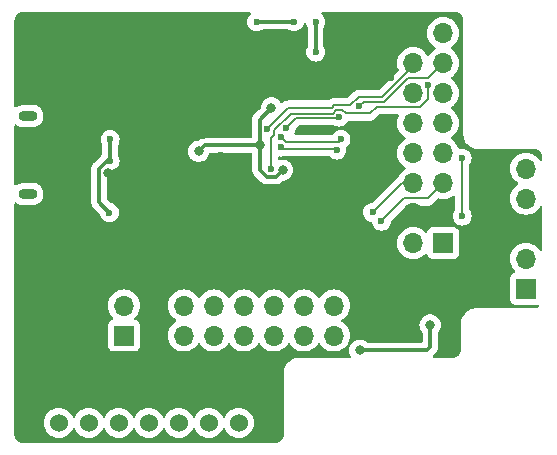
<source format=gbl>
G04 #@! TF.GenerationSoftware,KiCad,Pcbnew,7.0.8*
G04 #@! TF.CreationDate,2024-04-19T19:41:21-04:00*
G04 #@! TF.ProjectId,programmer,70726f67-7261-46d6-9d65-722e6b696361,rev?*
G04 #@! TF.SameCoordinates,Original*
G04 #@! TF.FileFunction,Copper,L2,Bot*
G04 #@! TF.FilePolarity,Positive*
%FSLAX46Y46*%
G04 Gerber Fmt 4.6, Leading zero omitted, Abs format (unit mm)*
G04 Created by KiCad (PCBNEW 7.0.8) date 2024-04-19 19:41:21*
%MOMM*%
%LPD*%
G01*
G04 APERTURE LIST*
G04 #@! TA.AperFunction,ComponentPad*
%ADD10R,1.700000X1.700000*%
G04 #@! TD*
G04 #@! TA.AperFunction,ComponentPad*
%ADD11O,1.700000X1.700000*%
G04 #@! TD*
G04 #@! TA.AperFunction,ComponentPad*
%ADD12O,1.600000X0.900000*%
G04 #@! TD*
G04 #@! TA.AperFunction,ComponentPad*
%ADD13R,1.530000X1.530000*%
G04 #@! TD*
G04 #@! TA.AperFunction,ComponentPad*
%ADD14C,1.530000*%
G04 #@! TD*
G04 #@! TA.AperFunction,ViaPad*
%ADD15C,0.600000*%
G04 #@! TD*
G04 #@! TA.AperFunction,ViaPad*
%ADD16C,0.800000*%
G04 #@! TD*
G04 #@! TA.AperFunction,Conductor*
%ADD17C,0.300000*%
G04 #@! TD*
G04 #@! TA.AperFunction,Conductor*
%ADD18C,0.200000*%
G04 #@! TD*
G04 APERTURE END LIST*
D10*
X106560000Y-90600000D03*
D11*
X106560000Y-88060000D03*
X109100000Y-90600000D03*
X109100000Y-88060000D03*
X111640000Y-90600000D03*
X111640000Y-88060000D03*
X114180000Y-90600000D03*
X114180000Y-88060000D03*
X116720000Y-90600000D03*
X116720000Y-88060000D03*
X119260000Y-90600000D03*
X119260000Y-88060000D03*
X121800000Y-90600000D03*
X121800000Y-88060000D03*
X124340000Y-90600000D03*
X124340000Y-88060000D03*
D10*
X133604533Y-82775466D03*
D11*
X131064533Y-82775466D03*
X133604533Y-80235466D03*
X131064533Y-80235466D03*
X133604533Y-77695466D03*
X131064533Y-77695466D03*
X133604533Y-75155466D03*
X131064533Y-75155466D03*
X133604533Y-72615466D03*
X131064533Y-72615466D03*
X133604533Y-70075466D03*
X131064533Y-70075466D03*
X133604533Y-67535466D03*
X131064533Y-67535466D03*
X133604533Y-64995466D03*
X131064533Y-64995466D03*
D12*
X98450000Y-72008885D03*
X98450000Y-78608885D03*
D10*
X140600000Y-86632500D03*
D11*
X140600000Y-84092500D03*
X140600000Y-81552500D03*
X140600000Y-79012500D03*
X140600000Y-76472500D03*
D13*
X116300000Y-95460000D03*
D14*
X116300000Y-98000000D03*
X113760000Y-95460000D03*
X113760000Y-98000000D03*
X111220000Y-95460000D03*
X111220000Y-98000000D03*
X108680000Y-95460000D03*
X108680000Y-98000000D03*
X106140000Y-95460000D03*
X106140000Y-98000000D03*
X103600000Y-95460000D03*
X103600000Y-98000000D03*
X101060000Y-95460000D03*
X101060000Y-98000000D03*
D15*
X117808182Y-66442642D03*
X120320000Y-78360000D03*
X111620000Y-77910000D03*
X123473911Y-80326089D03*
X111610000Y-73570000D03*
X111570000Y-71950000D03*
X113600000Y-64049500D03*
X113300000Y-73700000D03*
X102800000Y-64000000D03*
X111300000Y-76500000D03*
X114800000Y-75300000D03*
X116170000Y-79880000D03*
X104800000Y-71400000D03*
X125700000Y-72800000D03*
X129200000Y-68800000D03*
X104087028Y-82330000D03*
X110000000Y-65500000D03*
X107400000Y-73200000D03*
D16*
X105200000Y-76800000D03*
D15*
X117910000Y-71230000D03*
X120899500Y-82018105D03*
X106097170Y-69100000D03*
X111630000Y-78900000D03*
X108400000Y-69800000D03*
X115000000Y-73500000D03*
X116900000Y-75400000D03*
X111800000Y-84000000D03*
X122800000Y-68200000D03*
D16*
X132500000Y-89700000D03*
D15*
X105340000Y-80190000D03*
X117800000Y-64037000D03*
X122800000Y-64032000D03*
D16*
X126550000Y-91850000D03*
D15*
X105400000Y-74000000D03*
X121000000Y-64031500D03*
X122800000Y-66600000D03*
X105400000Y-75799500D03*
D16*
X119053661Y-71332335D03*
X119999500Y-76600000D03*
X118100000Y-74500000D03*
X112900000Y-75000000D03*
D15*
X128376089Y-80923911D03*
X127626089Y-80173911D03*
X119899726Y-74647444D03*
X124600000Y-74900500D03*
X119899674Y-73799674D03*
X124943665Y-74000000D03*
X124800000Y-72099500D03*
X120303911Y-73043911D03*
X126500000Y-71200000D03*
X135200000Y-80500000D03*
X135200000Y-75600000D03*
X119000000Y-76500000D03*
X132292193Y-69399500D03*
X118700000Y-73099500D03*
D17*
X104450000Y-76489339D02*
X105139839Y-75799500D01*
X126550000Y-91850000D02*
X132250000Y-91850000D01*
X132250000Y-91850000D02*
X132500000Y-91600000D01*
X105340000Y-80190000D02*
X104450000Y-79300000D01*
X105400000Y-75799500D02*
X105400000Y-74000000D01*
X132500000Y-91600000D02*
X132500000Y-89700000D01*
X117805500Y-64031500D02*
X121000000Y-64031500D01*
X105139839Y-75799500D02*
X105400000Y-75799500D01*
X122800000Y-64032000D02*
X122800000Y-66600000D01*
X104450000Y-79300000D02*
X104450000Y-76489339D01*
X117800000Y-64037000D02*
X117805500Y-64031500D01*
X112900000Y-75000000D02*
X113400000Y-74500000D01*
X118050000Y-74450000D02*
X118050000Y-72335996D01*
X118050000Y-72335996D02*
X119053661Y-71332335D01*
X119449500Y-77150000D02*
X119999500Y-76600000D01*
X113400000Y-74500000D02*
X118100000Y-74500000D01*
X118100000Y-76600000D02*
X118650000Y-77150000D01*
X118100000Y-74500000D02*
X118050000Y-74450000D01*
X118100000Y-74500000D02*
X118100000Y-76600000D01*
X118650000Y-77150000D02*
X119449500Y-77150000D01*
D18*
X132299999Y-79000000D02*
X133604533Y-77695466D01*
X128376089Y-80923911D02*
X130300000Y-79000000D01*
X130300000Y-79000000D02*
X132299999Y-79000000D01*
X127626089Y-80173911D02*
X130104534Y-77695466D01*
X130104534Y-77695466D02*
X131064533Y-77695466D01*
X120046963Y-74794681D02*
X124494181Y-74794681D01*
X124494181Y-74794681D02*
X124600000Y-74900500D01*
X119899726Y-74647444D02*
X120046963Y-74794681D01*
X124748984Y-74194681D02*
X124943665Y-74000000D01*
X120294681Y-74194681D02*
X124748984Y-74194681D01*
X119899674Y-73799674D02*
X120294681Y-74194681D01*
X120303911Y-73043911D02*
X121139242Y-72208580D01*
X121139242Y-72208580D02*
X124690920Y-72208580D01*
X124690920Y-72208580D02*
X124800000Y-72099500D01*
X130614215Y-68800000D02*
X132339999Y-68800000D01*
X132339999Y-68800000D02*
X133604533Y-67535466D01*
X126900000Y-70800000D02*
X128614214Y-70800000D01*
X128614214Y-70800000D02*
X130614215Y-68800000D01*
X126500000Y-71200000D02*
X126900000Y-70800000D01*
X135200000Y-80500000D02*
X135200000Y-75600000D01*
X124551471Y-71499500D02*
X125048529Y-71499500D01*
X119000000Y-73900000D02*
X119300000Y-73600000D01*
X119300000Y-73200000D02*
X120691420Y-71808580D01*
X119300000Y-73600000D02*
X119300000Y-73200000D01*
X124242391Y-71808580D02*
X124551471Y-71499500D01*
X127970000Y-71230000D02*
X131670000Y-71230000D01*
X120691420Y-71808580D02*
X124242391Y-71808580D01*
X127400000Y-71800000D02*
X127970000Y-71230000D01*
X119000000Y-76500000D02*
X119000000Y-73900000D01*
X132292193Y-70607807D02*
X132292193Y-69399500D01*
X125349029Y-71800000D02*
X127400000Y-71800000D01*
X131670000Y-71230000D02*
X132292193Y-70607807D01*
X125048529Y-71499500D02*
X125349029Y-71800000D01*
X128448529Y-70400000D02*
X131064533Y-67783996D01*
X118700000Y-73099500D02*
X120499500Y-71300000D01*
X125750500Y-71099500D02*
X126450000Y-70400000D01*
X124185285Y-71300000D02*
X124385786Y-71099500D01*
X131064533Y-67783996D02*
X131064533Y-67535466D01*
X126450000Y-70400000D02*
X128448529Y-70400000D01*
X120499500Y-71300000D02*
X124185285Y-71300000D01*
X124385786Y-71099500D02*
X125750500Y-71099500D01*
G04 #@! TA.AperFunction,Conductor*
G36*
X117272099Y-63220185D02*
G01*
X117317854Y-63272989D01*
X117327798Y-63342147D01*
X117298773Y-63405703D01*
X117292741Y-63412181D01*
X117170184Y-63534737D01*
X117074211Y-63687476D01*
X117014631Y-63857745D01*
X117014630Y-63857750D01*
X116994435Y-64036996D01*
X116994435Y-64037003D01*
X117014630Y-64216249D01*
X117014631Y-64216254D01*
X117074211Y-64386523D01*
X117127351Y-64471094D01*
X117170184Y-64539262D01*
X117297738Y-64666816D01*
X117352151Y-64701006D01*
X117446131Y-64760058D01*
X117450478Y-64762789D01*
X117605021Y-64816866D01*
X117620745Y-64822368D01*
X117620750Y-64822369D01*
X117799996Y-64842565D01*
X117800000Y-64842565D01*
X117800004Y-64842565D01*
X117979249Y-64822369D01*
X117979252Y-64822368D01*
X117979255Y-64822368D01*
X118149522Y-64762789D01*
X118247849Y-64701005D01*
X118313821Y-64682000D01*
X120494932Y-64682000D01*
X120560904Y-64701006D01*
X120650477Y-64757289D01*
X120650481Y-64757290D01*
X120820737Y-64816866D01*
X120820743Y-64816867D01*
X120820745Y-64816868D01*
X120820746Y-64816868D01*
X120820750Y-64816869D01*
X120999996Y-64837065D01*
X121000000Y-64837065D01*
X121000004Y-64837065D01*
X121179249Y-64816869D01*
X121179252Y-64816868D01*
X121179255Y-64816868D01*
X121349522Y-64757289D01*
X121502262Y-64661316D01*
X121629816Y-64533762D01*
X121725789Y-64381022D01*
X121782870Y-64217892D01*
X121823592Y-64161117D01*
X121888544Y-64135369D01*
X121957106Y-64148825D01*
X122007509Y-64197212D01*
X122016953Y-64217892D01*
X122074209Y-64381520D01*
X122130493Y-64471094D01*
X122149500Y-64537067D01*
X122149500Y-66094931D01*
X122130494Y-66160903D01*
X122074211Y-66250477D01*
X122074209Y-66250481D01*
X122014633Y-66420737D01*
X122014630Y-66420750D01*
X121994435Y-66599996D01*
X121994435Y-66600003D01*
X122014630Y-66779249D01*
X122014631Y-66779254D01*
X122074211Y-66949523D01*
X122145786Y-67063433D01*
X122170184Y-67102262D01*
X122297738Y-67229816D01*
X122450478Y-67325789D01*
X122620745Y-67385368D01*
X122620750Y-67385369D01*
X122799996Y-67405565D01*
X122800000Y-67405565D01*
X122800004Y-67405565D01*
X122979249Y-67385369D01*
X122979252Y-67385368D01*
X122979255Y-67385368D01*
X123149522Y-67325789D01*
X123302262Y-67229816D01*
X123429816Y-67102262D01*
X123525789Y-66949522D01*
X123585368Y-66779255D01*
X123605565Y-66600000D01*
X123593956Y-66496967D01*
X123585369Y-66420750D01*
X123585366Y-66420737D01*
X123525790Y-66250481D01*
X123525789Y-66250478D01*
X123504008Y-66215814D01*
X123469506Y-66160903D01*
X123450500Y-66094931D01*
X123450500Y-64537067D01*
X123469507Y-64471094D01*
X123525788Y-64381524D01*
X123525789Y-64381522D01*
X123585368Y-64211255D01*
X123585369Y-64211249D01*
X123605565Y-64032003D01*
X123605565Y-64031996D01*
X123585369Y-63852750D01*
X123585368Y-63852745D01*
X123558405Y-63775689D01*
X123525789Y-63682478D01*
X123511918Y-63660403D01*
X123471116Y-63595466D01*
X123429816Y-63529738D01*
X123312259Y-63412181D01*
X123278774Y-63350858D01*
X123283758Y-63281166D01*
X123325630Y-63225233D01*
X123391094Y-63200816D01*
X123399940Y-63200500D01*
X134552405Y-63200500D01*
X134596951Y-63200500D01*
X134603031Y-63200799D01*
X134650947Y-63205517D01*
X134724317Y-63212744D01*
X134748145Y-63217483D01*
X134856005Y-63250202D01*
X134878453Y-63259501D01*
X134975196Y-63311211D01*
X134977849Y-63312629D01*
X134998059Y-63326133D01*
X135085179Y-63397630D01*
X135102369Y-63414820D01*
X135173866Y-63501940D01*
X135187370Y-63522150D01*
X135240495Y-63621538D01*
X135249798Y-63643997D01*
X135282514Y-63751848D01*
X135287256Y-63775688D01*
X135299201Y-63896967D01*
X135299500Y-63903048D01*
X135299500Y-73602351D01*
X135331522Y-73804534D01*
X135394781Y-73999223D01*
X135445876Y-74099500D01*
X135486513Y-74179255D01*
X135487715Y-74181613D01*
X135608028Y-74347213D01*
X135752786Y-74491971D01*
X135907749Y-74604556D01*
X135918390Y-74612287D01*
X135997864Y-74652781D01*
X136100776Y-74705218D01*
X136100778Y-74705218D01*
X136100781Y-74705220D01*
X136150101Y-74721245D01*
X136295465Y-74768477D01*
X136396557Y-74784488D01*
X136497648Y-74800500D01*
X136543827Y-74800500D01*
X141252405Y-74800500D01*
X141296951Y-74800500D01*
X141303031Y-74800799D01*
X141350947Y-74805517D01*
X141424317Y-74812744D01*
X141448145Y-74817483D01*
X141556005Y-74850202D01*
X141578453Y-74859501D01*
X141655163Y-74900503D01*
X141677849Y-74912629D01*
X141698059Y-74926133D01*
X141785179Y-74997630D01*
X141802369Y-75014820D01*
X141873866Y-75101940D01*
X141887370Y-75122150D01*
X141937456Y-75215854D01*
X141940495Y-75221538D01*
X141949798Y-75243997D01*
X141982514Y-75351848D01*
X141987256Y-75375688D01*
X141999201Y-75496967D01*
X141999500Y-75503048D01*
X141999500Y-75723390D01*
X141979815Y-75790429D01*
X141927011Y-75836184D01*
X141857853Y-75846128D01*
X141794297Y-75817103D01*
X141773925Y-75794513D01*
X141638494Y-75601097D01*
X141471402Y-75434006D01*
X141471395Y-75434001D01*
X141469698Y-75432813D01*
X141409804Y-75390874D01*
X141277834Y-75298467D01*
X141277830Y-75298465D01*
X141226437Y-75274500D01*
X141063663Y-75198597D01*
X141063659Y-75198596D01*
X141063655Y-75198594D01*
X140835413Y-75137438D01*
X140835403Y-75137436D01*
X140600001Y-75116841D01*
X140599999Y-75116841D01*
X140364596Y-75137436D01*
X140364586Y-75137438D01*
X140136344Y-75198594D01*
X140136335Y-75198598D01*
X139922171Y-75298464D01*
X139922169Y-75298465D01*
X139728597Y-75434005D01*
X139561505Y-75601097D01*
X139425965Y-75794669D01*
X139425964Y-75794671D01*
X139326098Y-76008835D01*
X139326094Y-76008844D01*
X139264938Y-76237086D01*
X139264936Y-76237096D01*
X139244341Y-76472499D01*
X139244341Y-76472500D01*
X139264936Y-76707903D01*
X139264938Y-76707913D01*
X139326094Y-76936155D01*
X139326096Y-76936159D01*
X139326097Y-76936163D01*
X139413097Y-77122734D01*
X139425965Y-77150330D01*
X139425967Y-77150334D01*
X139477152Y-77223433D01*
X139561501Y-77343896D01*
X139561506Y-77343902D01*
X139728597Y-77510993D01*
X139728603Y-77510998D01*
X139914158Y-77640925D01*
X139957783Y-77695502D01*
X139964977Y-77765000D01*
X139933454Y-77827355D01*
X139914158Y-77844075D01*
X139728597Y-77974005D01*
X139561505Y-78141097D01*
X139425965Y-78334669D01*
X139425964Y-78334671D01*
X139326098Y-78548835D01*
X139326094Y-78548844D01*
X139264938Y-78777086D01*
X139264936Y-78777096D01*
X139244341Y-79012499D01*
X139244341Y-79012500D01*
X139264936Y-79247903D01*
X139264938Y-79247913D01*
X139326094Y-79476155D01*
X139326096Y-79476159D01*
X139326097Y-79476163D01*
X139409570Y-79655170D01*
X139425965Y-79690330D01*
X139425967Y-79690334D01*
X139519833Y-79824387D01*
X139561505Y-79883901D01*
X139728599Y-80050995D01*
X139825384Y-80118765D01*
X139922165Y-80186532D01*
X139922167Y-80186533D01*
X139922170Y-80186535D01*
X140136337Y-80286403D01*
X140364592Y-80347563D01*
X140552918Y-80364039D01*
X140599999Y-80368159D01*
X140600000Y-80368159D01*
X140600001Y-80368159D01*
X140639234Y-80364726D01*
X140835408Y-80347563D01*
X141063663Y-80286403D01*
X141277830Y-80186535D01*
X141471401Y-80050995D01*
X141638495Y-79883901D01*
X141773925Y-79690486D01*
X141828502Y-79646862D01*
X141898000Y-79639668D01*
X141960355Y-79671191D01*
X141995769Y-79731421D01*
X141999500Y-79761610D01*
X141999500Y-83343390D01*
X141979815Y-83410429D01*
X141927011Y-83456184D01*
X141857853Y-83466128D01*
X141794297Y-83437103D01*
X141773925Y-83414513D01*
X141638494Y-83221097D01*
X141471402Y-83054006D01*
X141471395Y-83054001D01*
X141277834Y-82918467D01*
X141277830Y-82918465D01*
X141277828Y-82918464D01*
X141063663Y-82818597D01*
X141063659Y-82818596D01*
X141063655Y-82818594D01*
X140835413Y-82757438D01*
X140835403Y-82757436D01*
X140600001Y-82736841D01*
X140599999Y-82736841D01*
X140364596Y-82757436D01*
X140364586Y-82757438D01*
X140136344Y-82818594D01*
X140136335Y-82818598D01*
X139922171Y-82918464D01*
X139922169Y-82918465D01*
X139728597Y-83054005D01*
X139561505Y-83221097D01*
X139425965Y-83414669D01*
X139425964Y-83414671D01*
X139326098Y-83628835D01*
X139326094Y-83628844D01*
X139264938Y-83857086D01*
X139264936Y-83857096D01*
X139244341Y-84092499D01*
X139244341Y-84092500D01*
X139264936Y-84327903D01*
X139264938Y-84327913D01*
X139326094Y-84556155D01*
X139326096Y-84556159D01*
X139326097Y-84556163D01*
X139417040Y-84751191D01*
X139425965Y-84770330D01*
X139425967Y-84770334D01*
X139534281Y-84925021D01*
X139561501Y-84963896D01*
X139561506Y-84963902D01*
X139683430Y-85085826D01*
X139716915Y-85147149D01*
X139711931Y-85216841D01*
X139670059Y-85272774D01*
X139639083Y-85289689D01*
X139507669Y-85338703D01*
X139507664Y-85338706D01*
X139392455Y-85424952D01*
X139392452Y-85424955D01*
X139306206Y-85540164D01*
X139306202Y-85540171D01*
X139255908Y-85675017D01*
X139249501Y-85734616D01*
X139249500Y-85734635D01*
X139249500Y-87530370D01*
X139249501Y-87530376D01*
X139255908Y-87589983D01*
X139306202Y-87724828D01*
X139306206Y-87724835D01*
X139392452Y-87840044D01*
X139392455Y-87840047D01*
X139507664Y-87926293D01*
X139507671Y-87926297D01*
X139642517Y-87976591D01*
X139642516Y-87976591D01*
X139649444Y-87977335D01*
X139702127Y-87983000D01*
X141497872Y-87982999D01*
X141557483Y-87976591D01*
X141557482Y-87976591D01*
X141565196Y-87975762D01*
X141565478Y-87978388D01*
X141622528Y-87981438D01*
X141679205Y-88022296D01*
X141704796Y-88087311D01*
X141691175Y-88155840D01*
X141642666Y-88206126D01*
X141639744Y-88207738D01*
X141578460Y-88240495D01*
X141556002Y-88249798D01*
X141448151Y-88282514D01*
X141424311Y-88287256D01*
X141303032Y-88299201D01*
X141296951Y-88299500D01*
X136447595Y-88299500D01*
X136400000Y-88299500D01*
X136297648Y-88299500D01*
X136273329Y-88303351D01*
X136095465Y-88331522D01*
X135900776Y-88394781D01*
X135718386Y-88487715D01*
X135552786Y-88608028D01*
X135408028Y-88752786D01*
X135287715Y-88918386D01*
X135194781Y-89100776D01*
X135131522Y-89295465D01*
X135099500Y-89497648D01*
X135099500Y-91796951D01*
X135099201Y-91803032D01*
X135087256Y-91924311D01*
X135082514Y-91948151D01*
X135049798Y-92056002D01*
X135040495Y-92078461D01*
X134987370Y-92177849D01*
X134973866Y-92198059D01*
X134902369Y-92285179D01*
X134885179Y-92302369D01*
X134798059Y-92373866D01*
X134777849Y-92387370D01*
X134678461Y-92440495D01*
X134656002Y-92449798D01*
X134548151Y-92482514D01*
X134524311Y-92487256D01*
X134403032Y-92499201D01*
X134396951Y-92499500D01*
X132820442Y-92499500D01*
X132753403Y-92479815D01*
X132707648Y-92427011D01*
X132697704Y-92357853D01*
X132724885Y-92296476D01*
X132726735Y-92294238D01*
X132729799Y-92290534D01*
X132733720Y-92286224D01*
X132899513Y-92120431D01*
X132912079Y-92110365D01*
X132911925Y-92110178D01*
X132917937Y-92105204D01*
X132917937Y-92105203D01*
X132917940Y-92105202D01*
X132967190Y-92052755D01*
X132988911Y-92031035D01*
X132993401Y-92025245D01*
X132997183Y-92020815D01*
X133030448Y-91985393D01*
X133040674Y-91966790D01*
X133051353Y-91950533D01*
X133064362Y-91933764D01*
X133083656Y-91889175D01*
X133086212Y-91883956D01*
X133109627Y-91841368D01*
X133114905Y-91820806D01*
X133121207Y-91802399D01*
X133129635Y-91782927D01*
X133137233Y-91734953D01*
X133138414Y-91729247D01*
X133150500Y-91682177D01*
X133150500Y-91660949D01*
X133152027Y-91641549D01*
X133152511Y-91638493D01*
X133155346Y-91620595D01*
X133150775Y-91572238D01*
X133150500Y-91566400D01*
X133150500Y-90370921D01*
X133170185Y-90303882D01*
X133182351Y-90287948D01*
X133232533Y-90232216D01*
X133327179Y-90068284D01*
X133385674Y-89888256D01*
X133405460Y-89700000D01*
X133385674Y-89511744D01*
X133327179Y-89331716D01*
X133232533Y-89167784D01*
X133105871Y-89027112D01*
X133093862Y-89018387D01*
X132952734Y-88915851D01*
X132952729Y-88915848D01*
X132779807Y-88838857D01*
X132779802Y-88838855D01*
X132634001Y-88807865D01*
X132594646Y-88799500D01*
X132405354Y-88799500D01*
X132378443Y-88805220D01*
X132220197Y-88838855D01*
X132220192Y-88838857D01*
X132047270Y-88915848D01*
X132047265Y-88915851D01*
X131894129Y-89027111D01*
X131767466Y-89167785D01*
X131672821Y-89331715D01*
X131672818Y-89331722D01*
X131615650Y-89507669D01*
X131614326Y-89511744D01*
X131594540Y-89700000D01*
X131614326Y-89888256D01*
X131614327Y-89888259D01*
X131672818Y-90068277D01*
X131672821Y-90068284D01*
X131767466Y-90232215D01*
X131817649Y-90287948D01*
X131847880Y-90350940D01*
X131849500Y-90370921D01*
X131849500Y-91075500D01*
X131829815Y-91142539D01*
X131777011Y-91188294D01*
X131725500Y-91199500D01*
X127226975Y-91199500D01*
X127159936Y-91179815D01*
X127154090Y-91175818D01*
X127002734Y-91065851D01*
X127002729Y-91065848D01*
X126829807Y-90988857D01*
X126829802Y-90988855D01*
X126684001Y-90957865D01*
X126644646Y-90949500D01*
X126455354Y-90949500D01*
X126422897Y-90956398D01*
X126270197Y-90988855D01*
X126270192Y-90988857D01*
X126097270Y-91065848D01*
X126097265Y-91065851D01*
X125944129Y-91177111D01*
X125817466Y-91317785D01*
X125722821Y-91481715D01*
X125722818Y-91481722D01*
X125667755Y-91651191D01*
X125664326Y-91661744D01*
X125644540Y-91850000D01*
X125664326Y-92038256D01*
X125664327Y-92038259D01*
X125722818Y-92218277D01*
X125722821Y-92218284D01*
X125771367Y-92302369D01*
X125777794Y-92313500D01*
X125794267Y-92381400D01*
X125771414Y-92447427D01*
X125716493Y-92490618D01*
X125670407Y-92499500D01*
X121447595Y-92499500D01*
X121400000Y-92499500D01*
X121297648Y-92499500D01*
X121273329Y-92503351D01*
X121095465Y-92531522D01*
X120900776Y-92594781D01*
X120718386Y-92687715D01*
X120552786Y-92808028D01*
X120408028Y-92952786D01*
X120287715Y-93118386D01*
X120194781Y-93300776D01*
X120131522Y-93495465D01*
X120099500Y-93697648D01*
X120099500Y-98996951D01*
X120099201Y-99003032D01*
X120087256Y-99124311D01*
X120082514Y-99148151D01*
X120049798Y-99256002D01*
X120040495Y-99278461D01*
X119987370Y-99377849D01*
X119973866Y-99398059D01*
X119902369Y-99485179D01*
X119885179Y-99502369D01*
X119798059Y-99573866D01*
X119777849Y-99587370D01*
X119678461Y-99640495D01*
X119656002Y-99649798D01*
X119548151Y-99682514D01*
X119524311Y-99687256D01*
X119403032Y-99699201D01*
X119396951Y-99699500D01*
X98003049Y-99699500D01*
X97996968Y-99699201D01*
X97875688Y-99687256D01*
X97851848Y-99682514D01*
X97743997Y-99649798D01*
X97721541Y-99640496D01*
X97622150Y-99587370D01*
X97601940Y-99573866D01*
X97514820Y-99502369D01*
X97497630Y-99485179D01*
X97426133Y-99398059D01*
X97412629Y-99377849D01*
X97373441Y-99304534D01*
X97359501Y-99278453D01*
X97350201Y-99256002D01*
X97317483Y-99148145D01*
X97312744Y-99124317D01*
X97300799Y-99003031D01*
X97300500Y-98996951D01*
X97300500Y-98000001D01*
X99789666Y-98000001D01*
X99808964Y-98220585D01*
X99808965Y-98220592D01*
X99866275Y-98434475D01*
X99866279Y-98434486D01*
X99959856Y-98635163D01*
X99959858Y-98635167D01*
X100086868Y-98816555D01*
X100243445Y-98973132D01*
X100424833Y-99100142D01*
X100502731Y-99136466D01*
X100625513Y-99193720D01*
X100625515Y-99193720D01*
X100625520Y-99193723D01*
X100839409Y-99251035D01*
X100996974Y-99264820D01*
X101059998Y-99270334D01*
X101060000Y-99270334D01*
X101060002Y-99270334D01*
X101115147Y-99265509D01*
X101280591Y-99251035D01*
X101494480Y-99193723D01*
X101695167Y-99100142D01*
X101876555Y-98973132D01*
X102033132Y-98816555D01*
X102160142Y-98635167D01*
X102217618Y-98511907D01*
X102263790Y-98459468D01*
X102330983Y-98440316D01*
X102397864Y-98460531D01*
X102442381Y-98511907D01*
X102499858Y-98635167D01*
X102626868Y-98816555D01*
X102783445Y-98973132D01*
X102964833Y-99100142D01*
X103042731Y-99136466D01*
X103165513Y-99193720D01*
X103165515Y-99193720D01*
X103165520Y-99193723D01*
X103379409Y-99251035D01*
X103536974Y-99264820D01*
X103599998Y-99270334D01*
X103600000Y-99270334D01*
X103600002Y-99270334D01*
X103655147Y-99265509D01*
X103820591Y-99251035D01*
X104034480Y-99193723D01*
X104235167Y-99100142D01*
X104416555Y-98973132D01*
X104573132Y-98816555D01*
X104700142Y-98635167D01*
X104757618Y-98511907D01*
X104803790Y-98459468D01*
X104870983Y-98440316D01*
X104937864Y-98460531D01*
X104982381Y-98511907D01*
X105039858Y-98635167D01*
X105166868Y-98816555D01*
X105323445Y-98973132D01*
X105504833Y-99100142D01*
X105582731Y-99136466D01*
X105705513Y-99193720D01*
X105705515Y-99193720D01*
X105705520Y-99193723D01*
X105919409Y-99251035D01*
X106076974Y-99264820D01*
X106139998Y-99270334D01*
X106140000Y-99270334D01*
X106140002Y-99270334D01*
X106195147Y-99265509D01*
X106360591Y-99251035D01*
X106574480Y-99193723D01*
X106775167Y-99100142D01*
X106956555Y-98973132D01*
X107113132Y-98816555D01*
X107240142Y-98635167D01*
X107297618Y-98511907D01*
X107343790Y-98459468D01*
X107410983Y-98440316D01*
X107477864Y-98460531D01*
X107522381Y-98511907D01*
X107579858Y-98635167D01*
X107706868Y-98816555D01*
X107863445Y-98973132D01*
X108044833Y-99100142D01*
X108122731Y-99136466D01*
X108245513Y-99193720D01*
X108245515Y-99193720D01*
X108245520Y-99193723D01*
X108459409Y-99251035D01*
X108616974Y-99264820D01*
X108679998Y-99270334D01*
X108680000Y-99270334D01*
X108680002Y-99270334D01*
X108735147Y-99265509D01*
X108900591Y-99251035D01*
X109114480Y-99193723D01*
X109315167Y-99100142D01*
X109496555Y-98973132D01*
X109653132Y-98816555D01*
X109780142Y-98635167D01*
X109837618Y-98511907D01*
X109883790Y-98459468D01*
X109950983Y-98440316D01*
X110017864Y-98460531D01*
X110062381Y-98511907D01*
X110119858Y-98635167D01*
X110246868Y-98816555D01*
X110403445Y-98973132D01*
X110584833Y-99100142D01*
X110662731Y-99136466D01*
X110785513Y-99193720D01*
X110785515Y-99193720D01*
X110785520Y-99193723D01*
X110999409Y-99251035D01*
X111156974Y-99264820D01*
X111219998Y-99270334D01*
X111220000Y-99270334D01*
X111220002Y-99270334D01*
X111275147Y-99265509D01*
X111440591Y-99251035D01*
X111654480Y-99193723D01*
X111855167Y-99100142D01*
X112036555Y-98973132D01*
X112193132Y-98816555D01*
X112320142Y-98635167D01*
X112377618Y-98511907D01*
X112423790Y-98459468D01*
X112490983Y-98440316D01*
X112557864Y-98460531D01*
X112602381Y-98511907D01*
X112659858Y-98635167D01*
X112786868Y-98816555D01*
X112943445Y-98973132D01*
X113124833Y-99100142D01*
X113202731Y-99136466D01*
X113325513Y-99193720D01*
X113325515Y-99193720D01*
X113325520Y-99193723D01*
X113539409Y-99251035D01*
X113696974Y-99264820D01*
X113759998Y-99270334D01*
X113760000Y-99270334D01*
X113760002Y-99270334D01*
X113815147Y-99265509D01*
X113980591Y-99251035D01*
X114194480Y-99193723D01*
X114395167Y-99100142D01*
X114576555Y-98973132D01*
X114733132Y-98816555D01*
X114860142Y-98635167D01*
X114917618Y-98511907D01*
X114963790Y-98459468D01*
X115030983Y-98440316D01*
X115097864Y-98460531D01*
X115142381Y-98511907D01*
X115199858Y-98635167D01*
X115326868Y-98816555D01*
X115483445Y-98973132D01*
X115664833Y-99100142D01*
X115742731Y-99136466D01*
X115865513Y-99193720D01*
X115865515Y-99193720D01*
X115865520Y-99193723D01*
X116079409Y-99251035D01*
X116236974Y-99264820D01*
X116299998Y-99270334D01*
X116300000Y-99270334D01*
X116300002Y-99270334D01*
X116355147Y-99265509D01*
X116520591Y-99251035D01*
X116734480Y-99193723D01*
X116935167Y-99100142D01*
X117116555Y-98973132D01*
X117273132Y-98816555D01*
X117400142Y-98635167D01*
X117493723Y-98434480D01*
X117551035Y-98220591D01*
X117570334Y-98000000D01*
X117551035Y-97779409D01*
X117493723Y-97565520D01*
X117481574Y-97539467D01*
X117400143Y-97364836D01*
X117400142Y-97364834D01*
X117400142Y-97364833D01*
X117273132Y-97183445D01*
X117116555Y-97026868D01*
X116935167Y-96899858D01*
X116935163Y-96899856D01*
X116734486Y-96806279D01*
X116734475Y-96806275D01*
X116520592Y-96748965D01*
X116520585Y-96748964D01*
X116300002Y-96729666D01*
X116299998Y-96729666D01*
X116079414Y-96748964D01*
X116079407Y-96748965D01*
X115865524Y-96806275D01*
X115865513Y-96806279D01*
X115664836Y-96899856D01*
X115664834Y-96899857D01*
X115483444Y-97026868D01*
X115326868Y-97183444D01*
X115199857Y-97364834D01*
X115199856Y-97364836D01*
X115142382Y-97488091D01*
X115096210Y-97540531D01*
X115029017Y-97559683D01*
X114962135Y-97539467D01*
X114917618Y-97488091D01*
X114860143Y-97364836D01*
X114860142Y-97364834D01*
X114860142Y-97364833D01*
X114733132Y-97183445D01*
X114576555Y-97026868D01*
X114395167Y-96899858D01*
X114395163Y-96899856D01*
X114194486Y-96806279D01*
X114194475Y-96806275D01*
X113980592Y-96748965D01*
X113980585Y-96748964D01*
X113760002Y-96729666D01*
X113759998Y-96729666D01*
X113539414Y-96748964D01*
X113539407Y-96748965D01*
X113325524Y-96806275D01*
X113325513Y-96806279D01*
X113124836Y-96899856D01*
X113124834Y-96899857D01*
X112943444Y-97026868D01*
X112786868Y-97183444D01*
X112659857Y-97364834D01*
X112659856Y-97364836D01*
X112602382Y-97488091D01*
X112556210Y-97540531D01*
X112489017Y-97559683D01*
X112422135Y-97539467D01*
X112377618Y-97488091D01*
X112320143Y-97364836D01*
X112320142Y-97364834D01*
X112320142Y-97364833D01*
X112193132Y-97183445D01*
X112036555Y-97026868D01*
X111855167Y-96899858D01*
X111855163Y-96899856D01*
X111654486Y-96806279D01*
X111654475Y-96806275D01*
X111440592Y-96748965D01*
X111440585Y-96748964D01*
X111220002Y-96729666D01*
X111219998Y-96729666D01*
X110999414Y-96748964D01*
X110999407Y-96748965D01*
X110785524Y-96806275D01*
X110785513Y-96806279D01*
X110584836Y-96899856D01*
X110584834Y-96899857D01*
X110403444Y-97026868D01*
X110246868Y-97183444D01*
X110119857Y-97364834D01*
X110119856Y-97364836D01*
X110062382Y-97488091D01*
X110016210Y-97540531D01*
X109949017Y-97559683D01*
X109882135Y-97539467D01*
X109837618Y-97488091D01*
X109780143Y-97364836D01*
X109780142Y-97364834D01*
X109780142Y-97364833D01*
X109653132Y-97183445D01*
X109496555Y-97026868D01*
X109315167Y-96899858D01*
X109315163Y-96899856D01*
X109114486Y-96806279D01*
X109114475Y-96806275D01*
X108900592Y-96748965D01*
X108900585Y-96748964D01*
X108680002Y-96729666D01*
X108679998Y-96729666D01*
X108459414Y-96748964D01*
X108459407Y-96748965D01*
X108245524Y-96806275D01*
X108245513Y-96806279D01*
X108044836Y-96899856D01*
X108044834Y-96899857D01*
X107863444Y-97026868D01*
X107706868Y-97183444D01*
X107579857Y-97364834D01*
X107579856Y-97364836D01*
X107522382Y-97488091D01*
X107476210Y-97540531D01*
X107409017Y-97559683D01*
X107342135Y-97539467D01*
X107297618Y-97488091D01*
X107240143Y-97364836D01*
X107240142Y-97364834D01*
X107240142Y-97364833D01*
X107113132Y-97183445D01*
X106956555Y-97026868D01*
X106775167Y-96899858D01*
X106775163Y-96899856D01*
X106574486Y-96806279D01*
X106574475Y-96806275D01*
X106360592Y-96748965D01*
X106360585Y-96748964D01*
X106140002Y-96729666D01*
X106139998Y-96729666D01*
X105919414Y-96748964D01*
X105919407Y-96748965D01*
X105705524Y-96806275D01*
X105705513Y-96806279D01*
X105504836Y-96899856D01*
X105504834Y-96899857D01*
X105323444Y-97026868D01*
X105166868Y-97183444D01*
X105039857Y-97364834D01*
X105039856Y-97364836D01*
X104982382Y-97488091D01*
X104936210Y-97540531D01*
X104869017Y-97559683D01*
X104802135Y-97539467D01*
X104757618Y-97488091D01*
X104700143Y-97364836D01*
X104700142Y-97364834D01*
X104700142Y-97364833D01*
X104573132Y-97183445D01*
X104416555Y-97026868D01*
X104235167Y-96899858D01*
X104235163Y-96899856D01*
X104034486Y-96806279D01*
X104034475Y-96806275D01*
X103820592Y-96748965D01*
X103820585Y-96748964D01*
X103600002Y-96729666D01*
X103599998Y-96729666D01*
X103379414Y-96748964D01*
X103379407Y-96748965D01*
X103165524Y-96806275D01*
X103165513Y-96806279D01*
X102964836Y-96899856D01*
X102964834Y-96899857D01*
X102783444Y-97026868D01*
X102626868Y-97183444D01*
X102499857Y-97364834D01*
X102499856Y-97364836D01*
X102442382Y-97488091D01*
X102396210Y-97540531D01*
X102329017Y-97559683D01*
X102262135Y-97539467D01*
X102217618Y-97488091D01*
X102160143Y-97364836D01*
X102160142Y-97364834D01*
X102160142Y-97364833D01*
X102033132Y-97183445D01*
X101876555Y-97026868D01*
X101695167Y-96899858D01*
X101695163Y-96899856D01*
X101494486Y-96806279D01*
X101494475Y-96806275D01*
X101280592Y-96748965D01*
X101280585Y-96748964D01*
X101060002Y-96729666D01*
X101059998Y-96729666D01*
X100839414Y-96748964D01*
X100839407Y-96748965D01*
X100625524Y-96806275D01*
X100625513Y-96806279D01*
X100424836Y-96899856D01*
X100424834Y-96899857D01*
X100243444Y-97026868D01*
X100086868Y-97183444D01*
X99959857Y-97364834D01*
X99959856Y-97364836D01*
X99866279Y-97565513D01*
X99866275Y-97565524D01*
X99808965Y-97779407D01*
X99808964Y-97779414D01*
X99789666Y-97999998D01*
X99789666Y-98000001D01*
X97300500Y-98000001D01*
X97300500Y-88060000D01*
X105204341Y-88060000D01*
X105224936Y-88295403D01*
X105224938Y-88295413D01*
X105286094Y-88523655D01*
X105286096Y-88523659D01*
X105286097Y-88523663D01*
X105325437Y-88608028D01*
X105385965Y-88737830D01*
X105385967Y-88737834D01*
X105456704Y-88838856D01*
X105521501Y-88931396D01*
X105521506Y-88931402D01*
X105643430Y-89053326D01*
X105676915Y-89114649D01*
X105671931Y-89184341D01*
X105630059Y-89240274D01*
X105599083Y-89257189D01*
X105467669Y-89306203D01*
X105467664Y-89306206D01*
X105352455Y-89392452D01*
X105352452Y-89392455D01*
X105266206Y-89507664D01*
X105266202Y-89507671D01*
X105215908Y-89642517D01*
X105209501Y-89702116D01*
X105209501Y-89702123D01*
X105209500Y-89702135D01*
X105209500Y-91497870D01*
X105209501Y-91497876D01*
X105215908Y-91557483D01*
X105266202Y-91692328D01*
X105266206Y-91692335D01*
X105352452Y-91807544D01*
X105352455Y-91807547D01*
X105467664Y-91893793D01*
X105467671Y-91893797D01*
X105602517Y-91944091D01*
X105602516Y-91944091D01*
X105609444Y-91944835D01*
X105662127Y-91950500D01*
X107457872Y-91950499D01*
X107517483Y-91944091D01*
X107652331Y-91893796D01*
X107767546Y-91807546D01*
X107853796Y-91692331D01*
X107904091Y-91557483D01*
X107910500Y-91497873D01*
X107910499Y-90600000D01*
X110284341Y-90600000D01*
X110304936Y-90835403D01*
X110304938Y-90835413D01*
X110366094Y-91063655D01*
X110366096Y-91063659D01*
X110366097Y-91063663D01*
X110420260Y-91179815D01*
X110465965Y-91277830D01*
X110465967Y-91277834D01*
X110574281Y-91432521D01*
X110601505Y-91471401D01*
X110768599Y-91638495D01*
X110865384Y-91706265D01*
X110962165Y-91774032D01*
X110962167Y-91774033D01*
X110962170Y-91774035D01*
X111176337Y-91873903D01*
X111404592Y-91935063D01*
X111592918Y-91951539D01*
X111639999Y-91955659D01*
X111640000Y-91955659D01*
X111640001Y-91955659D01*
X111679234Y-91952226D01*
X111875408Y-91935063D01*
X112103663Y-91873903D01*
X112317830Y-91774035D01*
X112511401Y-91638495D01*
X112678495Y-91471401D01*
X112808425Y-91285842D01*
X112863002Y-91242217D01*
X112932500Y-91235023D01*
X112994855Y-91266546D01*
X113011575Y-91285842D01*
X113141500Y-91471395D01*
X113141505Y-91471401D01*
X113308599Y-91638495D01*
X113405384Y-91706265D01*
X113502165Y-91774032D01*
X113502167Y-91774033D01*
X113502170Y-91774035D01*
X113716337Y-91873903D01*
X113944592Y-91935063D01*
X114132918Y-91951539D01*
X114179999Y-91955659D01*
X114180000Y-91955659D01*
X114180001Y-91955659D01*
X114219234Y-91952226D01*
X114415408Y-91935063D01*
X114643663Y-91873903D01*
X114857830Y-91774035D01*
X115051401Y-91638495D01*
X115218495Y-91471401D01*
X115348425Y-91285842D01*
X115403002Y-91242217D01*
X115472500Y-91235023D01*
X115534855Y-91266546D01*
X115551575Y-91285842D01*
X115681500Y-91471395D01*
X115681505Y-91471401D01*
X115848599Y-91638495D01*
X115945384Y-91706265D01*
X116042165Y-91774032D01*
X116042167Y-91774033D01*
X116042170Y-91774035D01*
X116256337Y-91873903D01*
X116484592Y-91935063D01*
X116672918Y-91951539D01*
X116719999Y-91955659D01*
X116720000Y-91955659D01*
X116720001Y-91955659D01*
X116759234Y-91952226D01*
X116955408Y-91935063D01*
X117183663Y-91873903D01*
X117397830Y-91774035D01*
X117591401Y-91638495D01*
X117758495Y-91471401D01*
X117888425Y-91285842D01*
X117943002Y-91242217D01*
X118012500Y-91235023D01*
X118074855Y-91266546D01*
X118091575Y-91285842D01*
X118221500Y-91471395D01*
X118221505Y-91471401D01*
X118388599Y-91638495D01*
X118485384Y-91706265D01*
X118582165Y-91774032D01*
X118582167Y-91774033D01*
X118582170Y-91774035D01*
X118796337Y-91873903D01*
X119024592Y-91935063D01*
X119212918Y-91951539D01*
X119259999Y-91955659D01*
X119260000Y-91955659D01*
X119260001Y-91955659D01*
X119299234Y-91952226D01*
X119495408Y-91935063D01*
X119723663Y-91873903D01*
X119937830Y-91774035D01*
X120131401Y-91638495D01*
X120298495Y-91471401D01*
X120428425Y-91285842D01*
X120483002Y-91242217D01*
X120552500Y-91235023D01*
X120614855Y-91266546D01*
X120631575Y-91285842D01*
X120761500Y-91471395D01*
X120761505Y-91471401D01*
X120928599Y-91638495D01*
X121025384Y-91706265D01*
X121122165Y-91774032D01*
X121122167Y-91774033D01*
X121122170Y-91774035D01*
X121336337Y-91873903D01*
X121564592Y-91935063D01*
X121752918Y-91951539D01*
X121799999Y-91955659D01*
X121800000Y-91955659D01*
X121800001Y-91955659D01*
X121839234Y-91952226D01*
X122035408Y-91935063D01*
X122263663Y-91873903D01*
X122477830Y-91774035D01*
X122671401Y-91638495D01*
X122838495Y-91471401D01*
X122968425Y-91285842D01*
X123023002Y-91242217D01*
X123092500Y-91235023D01*
X123154855Y-91266546D01*
X123171575Y-91285842D01*
X123301500Y-91471395D01*
X123301505Y-91471401D01*
X123468599Y-91638495D01*
X123565384Y-91706265D01*
X123662165Y-91774032D01*
X123662167Y-91774033D01*
X123662170Y-91774035D01*
X123876337Y-91873903D01*
X124104592Y-91935063D01*
X124292918Y-91951539D01*
X124339999Y-91955659D01*
X124340000Y-91955659D01*
X124340001Y-91955659D01*
X124379234Y-91952226D01*
X124575408Y-91935063D01*
X124803663Y-91873903D01*
X125017830Y-91774035D01*
X125211401Y-91638495D01*
X125378495Y-91471401D01*
X125514035Y-91277830D01*
X125613903Y-91063663D01*
X125675063Y-90835408D01*
X125695659Y-90600000D01*
X125675063Y-90364592D01*
X125613903Y-90136337D01*
X125514035Y-89922171D01*
X125508425Y-89914158D01*
X125378494Y-89728597D01*
X125211402Y-89561506D01*
X125211396Y-89561501D01*
X125025842Y-89431575D01*
X124982217Y-89376998D01*
X124975023Y-89307500D01*
X125006546Y-89245145D01*
X125025842Y-89228425D01*
X125088800Y-89184341D01*
X125211401Y-89098495D01*
X125378495Y-88931401D01*
X125514035Y-88737830D01*
X125613903Y-88523663D01*
X125675063Y-88295408D01*
X125695659Y-88060000D01*
X125675063Y-87824592D01*
X125628626Y-87651285D01*
X125613905Y-87596344D01*
X125613904Y-87596343D01*
X125613903Y-87596337D01*
X125514035Y-87382171D01*
X125508425Y-87374158D01*
X125378494Y-87188597D01*
X125211402Y-87021506D01*
X125211395Y-87021501D01*
X125017834Y-86885967D01*
X125017830Y-86885965D01*
X125017828Y-86885964D01*
X124803663Y-86786097D01*
X124803659Y-86786096D01*
X124803655Y-86786094D01*
X124575413Y-86724938D01*
X124575403Y-86724936D01*
X124340001Y-86704341D01*
X124339999Y-86704341D01*
X124104596Y-86724936D01*
X124104586Y-86724938D01*
X123876344Y-86786094D01*
X123876335Y-86786098D01*
X123662171Y-86885964D01*
X123662169Y-86885965D01*
X123468597Y-87021505D01*
X123301505Y-87188597D01*
X123171575Y-87374158D01*
X123116998Y-87417783D01*
X123047500Y-87424977D01*
X122985145Y-87393454D01*
X122968425Y-87374158D01*
X122838494Y-87188597D01*
X122671402Y-87021506D01*
X122671395Y-87021501D01*
X122477834Y-86885967D01*
X122477830Y-86885965D01*
X122477828Y-86885964D01*
X122263663Y-86786097D01*
X122263659Y-86786096D01*
X122263655Y-86786094D01*
X122035413Y-86724938D01*
X122035403Y-86724936D01*
X121800001Y-86704341D01*
X121799999Y-86704341D01*
X121564596Y-86724936D01*
X121564586Y-86724938D01*
X121336344Y-86786094D01*
X121336335Y-86786098D01*
X121122171Y-86885964D01*
X121122169Y-86885965D01*
X120928597Y-87021505D01*
X120761505Y-87188597D01*
X120631575Y-87374158D01*
X120576998Y-87417783D01*
X120507500Y-87424977D01*
X120445145Y-87393454D01*
X120428425Y-87374158D01*
X120298494Y-87188597D01*
X120131402Y-87021506D01*
X120131395Y-87021501D01*
X119937834Y-86885967D01*
X119937830Y-86885965D01*
X119937828Y-86885964D01*
X119723663Y-86786097D01*
X119723659Y-86786096D01*
X119723655Y-86786094D01*
X119495413Y-86724938D01*
X119495403Y-86724936D01*
X119260001Y-86704341D01*
X119259999Y-86704341D01*
X119024596Y-86724936D01*
X119024586Y-86724938D01*
X118796344Y-86786094D01*
X118796335Y-86786098D01*
X118582171Y-86885964D01*
X118582169Y-86885965D01*
X118388597Y-87021505D01*
X118221505Y-87188597D01*
X118091575Y-87374158D01*
X118036998Y-87417783D01*
X117967500Y-87424977D01*
X117905145Y-87393454D01*
X117888425Y-87374158D01*
X117758494Y-87188597D01*
X117591402Y-87021506D01*
X117591395Y-87021501D01*
X117397834Y-86885967D01*
X117397830Y-86885965D01*
X117397828Y-86885964D01*
X117183663Y-86786097D01*
X117183659Y-86786096D01*
X117183655Y-86786094D01*
X116955413Y-86724938D01*
X116955403Y-86724936D01*
X116720001Y-86704341D01*
X116719999Y-86704341D01*
X116484596Y-86724936D01*
X116484586Y-86724938D01*
X116256344Y-86786094D01*
X116256335Y-86786098D01*
X116042171Y-86885964D01*
X116042169Y-86885965D01*
X115848597Y-87021505D01*
X115681505Y-87188597D01*
X115551575Y-87374158D01*
X115496998Y-87417783D01*
X115427500Y-87424977D01*
X115365145Y-87393454D01*
X115348425Y-87374158D01*
X115218494Y-87188597D01*
X115051402Y-87021506D01*
X115051395Y-87021501D01*
X114857834Y-86885967D01*
X114857830Y-86885965D01*
X114857828Y-86885964D01*
X114643663Y-86786097D01*
X114643659Y-86786096D01*
X114643655Y-86786094D01*
X114415413Y-86724938D01*
X114415403Y-86724936D01*
X114180001Y-86704341D01*
X114179999Y-86704341D01*
X113944596Y-86724936D01*
X113944586Y-86724938D01*
X113716344Y-86786094D01*
X113716335Y-86786098D01*
X113502171Y-86885964D01*
X113502169Y-86885965D01*
X113308597Y-87021505D01*
X113141505Y-87188597D01*
X113011575Y-87374158D01*
X112956998Y-87417783D01*
X112887500Y-87424977D01*
X112825145Y-87393454D01*
X112808425Y-87374158D01*
X112678494Y-87188597D01*
X112511402Y-87021506D01*
X112511395Y-87021501D01*
X112317834Y-86885967D01*
X112317830Y-86885965D01*
X112317828Y-86885964D01*
X112103663Y-86786097D01*
X112103659Y-86786096D01*
X112103655Y-86786094D01*
X111875413Y-86724938D01*
X111875403Y-86724936D01*
X111640001Y-86704341D01*
X111639999Y-86704341D01*
X111404596Y-86724936D01*
X111404586Y-86724938D01*
X111176344Y-86786094D01*
X111176335Y-86786098D01*
X110962171Y-86885964D01*
X110962169Y-86885965D01*
X110768597Y-87021505D01*
X110601505Y-87188597D01*
X110465965Y-87382169D01*
X110465964Y-87382171D01*
X110366098Y-87596335D01*
X110366094Y-87596344D01*
X110304938Y-87824586D01*
X110304936Y-87824596D01*
X110284341Y-88059999D01*
X110284341Y-88060000D01*
X110304936Y-88295403D01*
X110304938Y-88295413D01*
X110366094Y-88523655D01*
X110366096Y-88523659D01*
X110366097Y-88523663D01*
X110405437Y-88608028D01*
X110465965Y-88737830D01*
X110465967Y-88737834D01*
X110536704Y-88838856D01*
X110601501Y-88931396D01*
X110601506Y-88931402D01*
X110768597Y-89098493D01*
X110768603Y-89098498D01*
X110954158Y-89228425D01*
X110997783Y-89283002D01*
X111004977Y-89352500D01*
X110973454Y-89414855D01*
X110954158Y-89431575D01*
X110768597Y-89561505D01*
X110601505Y-89728597D01*
X110465965Y-89922169D01*
X110465964Y-89922171D01*
X110366098Y-90136335D01*
X110366094Y-90136344D01*
X110304938Y-90364586D01*
X110304936Y-90364596D01*
X110284341Y-90599999D01*
X110284341Y-90600000D01*
X107910499Y-90600000D01*
X107910499Y-89702128D01*
X107904091Y-89642517D01*
X107888233Y-89600000D01*
X107853797Y-89507671D01*
X107853793Y-89507664D01*
X107767547Y-89392455D01*
X107767544Y-89392452D01*
X107652335Y-89306206D01*
X107652328Y-89306202D01*
X107520917Y-89257189D01*
X107464983Y-89215318D01*
X107440566Y-89149853D01*
X107455418Y-89081580D01*
X107476563Y-89053332D01*
X107598495Y-88931401D01*
X107734035Y-88737830D01*
X107833903Y-88523663D01*
X107895063Y-88295408D01*
X107915659Y-88060000D01*
X107895063Y-87824592D01*
X107848626Y-87651285D01*
X107833905Y-87596344D01*
X107833904Y-87596343D01*
X107833903Y-87596337D01*
X107734035Y-87382171D01*
X107728425Y-87374158D01*
X107598494Y-87188597D01*
X107431402Y-87021506D01*
X107431395Y-87021501D01*
X107237834Y-86885967D01*
X107237830Y-86885965D01*
X107237828Y-86885964D01*
X107023663Y-86786097D01*
X107023659Y-86786096D01*
X107023655Y-86786094D01*
X106795413Y-86724938D01*
X106795403Y-86724936D01*
X106560001Y-86704341D01*
X106559999Y-86704341D01*
X106324596Y-86724936D01*
X106324586Y-86724938D01*
X106096344Y-86786094D01*
X106096335Y-86786098D01*
X105882171Y-86885964D01*
X105882169Y-86885965D01*
X105688597Y-87021505D01*
X105521505Y-87188597D01*
X105385965Y-87382169D01*
X105385964Y-87382171D01*
X105286098Y-87596335D01*
X105286094Y-87596344D01*
X105224938Y-87824586D01*
X105224936Y-87824596D01*
X105204341Y-88059999D01*
X105204341Y-88060000D01*
X97300500Y-88060000D01*
X97300500Y-82775466D01*
X129708874Y-82775466D01*
X129729469Y-83010869D01*
X129729471Y-83010879D01*
X129790627Y-83239121D01*
X129790629Y-83239125D01*
X129790630Y-83239129D01*
X129839248Y-83343390D01*
X129890498Y-83453296D01*
X129890500Y-83453300D01*
X129998814Y-83607987D01*
X130026038Y-83646867D01*
X130193132Y-83813961D01*
X130289917Y-83881731D01*
X130386698Y-83949498D01*
X130386700Y-83949499D01*
X130386703Y-83949501D01*
X130600870Y-84049369D01*
X130829125Y-84110529D01*
X131005567Y-84125966D01*
X131064532Y-84131125D01*
X131064533Y-84131125D01*
X131064534Y-84131125D01*
X131123499Y-84125966D01*
X131299941Y-84110529D01*
X131528196Y-84049369D01*
X131742363Y-83949501D01*
X131935934Y-83813961D01*
X132057862Y-83692032D01*
X132119181Y-83658550D01*
X132188873Y-83663534D01*
X132244807Y-83705405D01*
X132261722Y-83736383D01*
X132310735Y-83867794D01*
X132310739Y-83867801D01*
X132396985Y-83983010D01*
X132396988Y-83983013D01*
X132512197Y-84069259D01*
X132512204Y-84069263D01*
X132647050Y-84119557D01*
X132647049Y-84119557D01*
X132653977Y-84120301D01*
X132706660Y-84125966D01*
X134502405Y-84125965D01*
X134562016Y-84119557D01*
X134696864Y-84069262D01*
X134812079Y-83983012D01*
X134898329Y-83867797D01*
X134948624Y-83732949D01*
X134955033Y-83673339D01*
X134955032Y-81877594D01*
X134948624Y-81817983D01*
X134947343Y-81814549D01*
X134898330Y-81683137D01*
X134898326Y-81683130D01*
X134812080Y-81567921D01*
X134812077Y-81567918D01*
X134696868Y-81481672D01*
X134696861Y-81481668D01*
X134562015Y-81431374D01*
X134562016Y-81431374D01*
X134502416Y-81424967D01*
X134502414Y-81424966D01*
X134502406Y-81424966D01*
X134502397Y-81424966D01*
X132706662Y-81424966D01*
X132706656Y-81424967D01*
X132647049Y-81431374D01*
X132512204Y-81481668D01*
X132512197Y-81481672D01*
X132396988Y-81567918D01*
X132396985Y-81567921D01*
X132310739Y-81683130D01*
X132310736Y-81683135D01*
X132261722Y-81814549D01*
X132219850Y-81870482D01*
X132154386Y-81894899D01*
X132086113Y-81880047D01*
X132057859Y-81858896D01*
X131935935Y-81736972D01*
X131935928Y-81736967D01*
X131742367Y-81601433D01*
X131742363Y-81601431D01*
X131742361Y-81601430D01*
X131528196Y-81501563D01*
X131528192Y-81501562D01*
X131528188Y-81501560D01*
X131299946Y-81440404D01*
X131299936Y-81440402D01*
X131064534Y-81419807D01*
X131064532Y-81419807D01*
X130829129Y-81440402D01*
X130829119Y-81440404D01*
X130600877Y-81501560D01*
X130600868Y-81501564D01*
X130386704Y-81601430D01*
X130386702Y-81601431D01*
X130193130Y-81736971D01*
X130026038Y-81904063D01*
X129890498Y-82097635D01*
X129890497Y-82097637D01*
X129790631Y-82311801D01*
X129790627Y-82311810D01*
X129729471Y-82540052D01*
X129729469Y-82540062D01*
X129708874Y-82775465D01*
X129708874Y-82775466D01*
X97300500Y-82775466D01*
X97300500Y-79447870D01*
X97320185Y-79380831D01*
X97372989Y-79335076D01*
X97442147Y-79325132D01*
X97495334Y-79346094D01*
X97636342Y-79444238D01*
X97813988Y-79520472D01*
X98003344Y-79559385D01*
X98848207Y-79559385D01*
X98992322Y-79544730D01*
X99176759Y-79486862D01*
X99176760Y-79486861D01*
X99176768Y-79486859D01*
X99345791Y-79393044D01*
X99492468Y-79267125D01*
X99610796Y-79114258D01*
X99695930Y-78940701D01*
X99744385Y-78753559D01*
X99754176Y-78560495D01*
X99724903Y-78369411D01*
X99657764Y-78188132D01*
X99555509Y-78024078D01*
X99422323Y-77883966D01*
X99358021Y-77839210D01*
X99263657Y-77773531D01*
X99086012Y-77697298D01*
X98896656Y-77658385D01*
X98051794Y-77658385D01*
X98051793Y-77658385D01*
X97907677Y-77673039D01*
X97723240Y-77730907D01*
X97723225Y-77730914D01*
X97554211Y-77824724D01*
X97554206Y-77824727D01*
X97505270Y-77866738D01*
X97441581Y-77895470D01*
X97372469Y-77885208D01*
X97319876Y-77839210D01*
X97300500Y-77772652D01*
X97300500Y-76468744D01*
X103794653Y-76468744D01*
X103798978Y-76514494D01*
X103799225Y-76517106D01*
X103799500Y-76522945D01*
X103799500Y-79214494D01*
X103797732Y-79230505D01*
X103797974Y-79230528D01*
X103797240Y-79238294D01*
X103799500Y-79310203D01*
X103799500Y-79340920D01*
X103799501Y-79340940D01*
X103800418Y-79348206D01*
X103800876Y-79354024D01*
X103802402Y-79402567D01*
X103802403Y-79402570D01*
X103808323Y-79422948D01*
X103812268Y-79441996D01*
X103814928Y-79463054D01*
X103814931Y-79463064D01*
X103832813Y-79508230D01*
X103834705Y-79513758D01*
X103848254Y-79560395D01*
X103848255Y-79560397D01*
X103859060Y-79578666D01*
X103867617Y-79596134D01*
X103871398Y-79605682D01*
X103875432Y-79615872D01*
X103903983Y-79655170D01*
X103907188Y-79660049D01*
X103931919Y-79701865D01*
X103931923Y-79701869D01*
X103946925Y-79716871D01*
X103959563Y-79731669D01*
X103972033Y-79748833D01*
X103972036Y-79748836D01*
X103972037Y-79748837D01*
X104009476Y-79779809D01*
X104013776Y-79783722D01*
X104281047Y-80050993D01*
X104518277Y-80288223D01*
X104551762Y-80349546D01*
X104553815Y-80362012D01*
X104554630Y-80369246D01*
X104554632Y-80369255D01*
X104614210Y-80539521D01*
X104702011Y-80679255D01*
X104710184Y-80692262D01*
X104837738Y-80819816D01*
X104928080Y-80876582D01*
X104964872Y-80899700D01*
X104990478Y-80915789D01*
X105124759Y-80962776D01*
X105160745Y-80975368D01*
X105160750Y-80975369D01*
X105339996Y-80995565D01*
X105340000Y-80995565D01*
X105340004Y-80995565D01*
X105519249Y-80975369D01*
X105519252Y-80975368D01*
X105519255Y-80975368D01*
X105689522Y-80915789D01*
X105842262Y-80819816D01*
X105969816Y-80692262D01*
X106065789Y-80539522D01*
X106125368Y-80369255D01*
X106125369Y-80369246D01*
X106145565Y-80190003D01*
X106145565Y-80189996D01*
X106125369Y-80010750D01*
X106125368Y-80010745D01*
X106116229Y-79984626D01*
X106065789Y-79840478D01*
X106055678Y-79824387D01*
X106008206Y-79748836D01*
X105969816Y-79687738D01*
X105842262Y-79560184D01*
X105785529Y-79524536D01*
X105689521Y-79464210D01*
X105519255Y-79404632D01*
X105519246Y-79404630D01*
X105512012Y-79403815D01*
X105447600Y-79376744D01*
X105438223Y-79368277D01*
X105136819Y-79066873D01*
X105103334Y-79005550D01*
X105100500Y-78979192D01*
X105100500Y-76810147D01*
X105120185Y-76743108D01*
X105136814Y-76722470D01*
X105226758Y-76632525D01*
X105288079Y-76599042D01*
X105328319Y-76596988D01*
X105386705Y-76603566D01*
X105399999Y-76605065D01*
X105400000Y-76605065D01*
X105400003Y-76605065D01*
X105579249Y-76584869D01*
X105579252Y-76584868D01*
X105579255Y-76584868D01*
X105749522Y-76525289D01*
X105902262Y-76429316D01*
X106029816Y-76301762D01*
X106125789Y-76149022D01*
X106185368Y-75978755D01*
X106185387Y-75978585D01*
X106205565Y-75799503D01*
X106205565Y-75799496D01*
X106185369Y-75620250D01*
X106185366Y-75620237D01*
X106126850Y-75453009D01*
X106125789Y-75449978D01*
X106088652Y-75390874D01*
X106069506Y-75360403D01*
X106050500Y-75294431D01*
X106050500Y-75000000D01*
X111994540Y-75000000D01*
X112014326Y-75188256D01*
X112014327Y-75188259D01*
X112072818Y-75368277D01*
X112072821Y-75368284D01*
X112167467Y-75532216D01*
X112252170Y-75626288D01*
X112294129Y-75672888D01*
X112447265Y-75784148D01*
X112447270Y-75784151D01*
X112620192Y-75861142D01*
X112620197Y-75861144D01*
X112805354Y-75900500D01*
X112805355Y-75900500D01*
X112994644Y-75900500D01*
X112994646Y-75900500D01*
X113179803Y-75861144D01*
X113352730Y-75784151D01*
X113505871Y-75672888D01*
X113632533Y-75532216D01*
X113727179Y-75368284D01*
X113757618Y-75274602D01*
X113770102Y-75236182D01*
X113809540Y-75178506D01*
X113873898Y-75151308D01*
X113888033Y-75150500D01*
X117325500Y-75150500D01*
X117392539Y-75170185D01*
X117438294Y-75222989D01*
X117449500Y-75274500D01*
X117449500Y-76514494D01*
X117447732Y-76530505D01*
X117447974Y-76530528D01*
X117447240Y-76538294D01*
X117449500Y-76610203D01*
X117449500Y-76640920D01*
X117449501Y-76640940D01*
X117450418Y-76648206D01*
X117450876Y-76654024D01*
X117452402Y-76702567D01*
X117452403Y-76702570D01*
X117458323Y-76722948D01*
X117462268Y-76741996D01*
X117464928Y-76763054D01*
X117464931Y-76763064D01*
X117482813Y-76808230D01*
X117484705Y-76813758D01*
X117498254Y-76860395D01*
X117498255Y-76860397D01*
X117509060Y-76878666D01*
X117517617Y-76896134D01*
X117523226Y-76910300D01*
X117525432Y-76915872D01*
X117553983Y-76955170D01*
X117557188Y-76960049D01*
X117581919Y-77001865D01*
X117581923Y-77001869D01*
X117596925Y-77016871D01*
X117609563Y-77031669D01*
X117622033Y-77048833D01*
X117622036Y-77048836D01*
X117622037Y-77048837D01*
X117659476Y-77079809D01*
X117663776Y-77083722D01*
X117923949Y-77343895D01*
X118129564Y-77549510D01*
X118139635Y-77562080D01*
X118139822Y-77561926D01*
X118144796Y-77567937D01*
X118144798Y-77567940D01*
X118164258Y-77586214D01*
X118197243Y-77617190D01*
X118218967Y-77638913D01*
X118224757Y-77643405D01*
X118229197Y-77647197D01*
X118256717Y-77673039D01*
X118264607Y-77680448D01*
X118264609Y-77680449D01*
X118283205Y-77690672D01*
X118299470Y-77701357D01*
X118316232Y-77714360D01*
X118316235Y-77714361D01*
X118316236Y-77714362D01*
X118360823Y-77733656D01*
X118366059Y-77736221D01*
X118408632Y-77759627D01*
X118424340Y-77763659D01*
X118429186Y-77764904D01*
X118447598Y-77771207D01*
X118467073Y-77779635D01*
X118506033Y-77785805D01*
X118515046Y-77787233D01*
X118520756Y-77788415D01*
X118567823Y-77800500D01*
X118589050Y-77800500D01*
X118608447Y-77802026D01*
X118629404Y-77805346D01*
X118677761Y-77800774D01*
X118683598Y-77800500D01*
X119363995Y-77800500D01*
X119380005Y-77802267D01*
X119380028Y-77802026D01*
X119387789Y-77802758D01*
X119387796Y-77802760D01*
X119459703Y-77800500D01*
X119490425Y-77800500D01*
X119497690Y-77799581D01*
X119503516Y-77799122D01*
X119552069Y-77797597D01*
X119572456Y-77791673D01*
X119591496Y-77787731D01*
X119612558Y-77785071D01*
X119657735Y-77767183D01*
X119663235Y-77765300D01*
X119709898Y-77751744D01*
X119728165Y-77740939D01*
X119745636Y-77732380D01*
X119765371Y-77724568D01*
X119804677Y-77696010D01*
X119809543Y-77692813D01*
X119851365Y-77668081D01*
X119866370Y-77653075D01*
X119881168Y-77640436D01*
X119898337Y-77627963D01*
X119929304Y-77590528D01*
X119933219Y-77586225D01*
X119957519Y-77561926D01*
X119982630Y-77536817D01*
X120043953Y-77503333D01*
X120070309Y-77500500D01*
X120094144Y-77500500D01*
X120094146Y-77500500D01*
X120279303Y-77461144D01*
X120452230Y-77384151D01*
X120605371Y-77272888D01*
X120732033Y-77132216D01*
X120826679Y-76968284D01*
X120885174Y-76788256D01*
X120904960Y-76600000D01*
X120885174Y-76411744D01*
X120826679Y-76231716D01*
X120732033Y-76067784D01*
X120605371Y-75927112D01*
X120568743Y-75900500D01*
X120452234Y-75815851D01*
X120452229Y-75815848D01*
X120279307Y-75738857D01*
X120279302Y-75738855D01*
X120125032Y-75706065D01*
X120094146Y-75699500D01*
X119920083Y-75699500D01*
X119912661Y-75697320D01*
X119911189Y-75698048D01*
X119911211Y-75698149D01*
X119910816Y-75698232D01*
X119909928Y-75698672D01*
X119906469Y-75699156D01*
X119750281Y-75732355D01*
X119680613Y-75727039D01*
X119624880Y-75684902D01*
X119600775Y-75619322D01*
X119600500Y-75611065D01*
X119600500Y-75558050D01*
X119620185Y-75491011D01*
X119672989Y-75445256D01*
X119738382Y-75434830D01*
X119899726Y-75453009D01*
X119899728Y-75453008D01*
X119901559Y-75453215D01*
X119906200Y-75452280D01*
X120078972Y-75432813D01*
X120078971Y-75432813D01*
X120078981Y-75432812D01*
X120164859Y-75402762D01*
X120166640Y-75402139D01*
X120207594Y-75395181D01*
X123911241Y-75395181D01*
X123978280Y-75414866D01*
X123998922Y-75431500D01*
X124097738Y-75530316D01*
X124188080Y-75587082D01*
X124239084Y-75619130D01*
X124250478Y-75626289D01*
X124383650Y-75672888D01*
X124420745Y-75685868D01*
X124420750Y-75685869D01*
X124599996Y-75706065D01*
X124600000Y-75706065D01*
X124600004Y-75706065D01*
X124779249Y-75685869D01*
X124779252Y-75685868D01*
X124779255Y-75685868D01*
X124949522Y-75626289D01*
X125102262Y-75530316D01*
X125229816Y-75402762D01*
X125325789Y-75250022D01*
X125385368Y-75079755D01*
X125385369Y-75079749D01*
X125405565Y-74900503D01*
X125405565Y-74900497D01*
X125388475Y-74748821D01*
X125400529Y-74679999D01*
X125441160Y-74635000D01*
X125440486Y-74634155D01*
X125445623Y-74630058D01*
X125445731Y-74629938D01*
X125445927Y-74629816D01*
X125573481Y-74502262D01*
X125669454Y-74349522D01*
X125729033Y-74179255D01*
X125729034Y-74179249D01*
X125749230Y-74000003D01*
X125749230Y-73999996D01*
X125729034Y-73820750D01*
X125729033Y-73820745D01*
X125669454Y-73650478D01*
X125573481Y-73497738D01*
X125445927Y-73370184D01*
X125336312Y-73301308D01*
X125293188Y-73274211D01*
X125122919Y-73214631D01*
X125122914Y-73214630D01*
X124943669Y-73194435D01*
X124943661Y-73194435D01*
X124764415Y-73214630D01*
X124764410Y-73214631D01*
X124594141Y-73274211D01*
X124441402Y-73370184D01*
X124313849Y-73497737D01*
X124313847Y-73497740D01*
X124289710Y-73536154D01*
X124237375Y-73582445D01*
X124184717Y-73594181D01*
X121127923Y-73594181D01*
X121060884Y-73574496D01*
X121015129Y-73521692D01*
X121005185Y-73452534D01*
X121022930Y-73404208D01*
X121029700Y-73393433D01*
X121037835Y-73370184D01*
X121089279Y-73223166D01*
X121099072Y-73136240D01*
X121126137Y-73071829D01*
X121134591Y-73062464D01*
X121351659Y-72845396D01*
X121412981Y-72811914D01*
X121439339Y-72809080D01*
X124388959Y-72809080D01*
X124443049Y-72824667D01*
X124444205Y-72822268D01*
X124450478Y-72825289D01*
X124620737Y-72884866D01*
X124620743Y-72884867D01*
X124620745Y-72884868D01*
X124620746Y-72884868D01*
X124620750Y-72884869D01*
X124799996Y-72905065D01*
X124800000Y-72905065D01*
X124800004Y-72905065D01*
X124979249Y-72884869D01*
X124979252Y-72884868D01*
X124979255Y-72884868D01*
X125149522Y-72825289D01*
X125302262Y-72729316D01*
X125429816Y-72601762D01*
X125519816Y-72458528D01*
X125572151Y-72412237D01*
X125624810Y-72400500D01*
X127356572Y-72400500D01*
X127364670Y-72401030D01*
X127400000Y-72405682D01*
X127400001Y-72405682D01*
X127452254Y-72398802D01*
X127556762Y-72385044D01*
X127702841Y-72324536D01*
X127724175Y-72308166D01*
X127828282Y-72228282D01*
X127849984Y-72199998D01*
X127855318Y-72193915D01*
X128182417Y-71866816D01*
X128243739Y-71833334D01*
X128270097Y-71830500D01*
X129745815Y-71830500D01*
X129812854Y-71850185D01*
X129858609Y-71902989D01*
X129868553Y-71972147D01*
X129858197Y-72006905D01*
X129790631Y-72151801D01*
X129790627Y-72151810D01*
X129729471Y-72380052D01*
X129729469Y-72380062D01*
X129708874Y-72615465D01*
X129708874Y-72615466D01*
X129729469Y-72850869D01*
X129729471Y-72850879D01*
X129790627Y-73079121D01*
X129790629Y-73079125D01*
X129790630Y-73079129D01*
X129885236Y-73282012D01*
X129890498Y-73293296D01*
X129890500Y-73293300D01*
X129968159Y-73404208D01*
X130026034Y-73486862D01*
X130026039Y-73486868D01*
X130193130Y-73653959D01*
X130193136Y-73653964D01*
X130378691Y-73783891D01*
X130422316Y-73838468D01*
X130429510Y-73907966D01*
X130397987Y-73970321D01*
X130378691Y-73987041D01*
X130193130Y-74116971D01*
X130026038Y-74284063D01*
X129890498Y-74477635D01*
X129890497Y-74477637D01*
X129790631Y-74691801D01*
X129790627Y-74691810D01*
X129729471Y-74920052D01*
X129729469Y-74920062D01*
X129708874Y-75155465D01*
X129708874Y-75155466D01*
X129729469Y-75390869D01*
X129729471Y-75390879D01*
X129790627Y-75619121D01*
X129790629Y-75619125D01*
X129790630Y-75619129D01*
X129865298Y-75779254D01*
X129890498Y-75833296D01*
X129890500Y-75833300D01*
X129992639Y-75979169D01*
X130026034Y-76026862D01*
X130026039Y-76026868D01*
X130193130Y-76193959D01*
X130193136Y-76193964D01*
X130378691Y-76323891D01*
X130422316Y-76378468D01*
X130429510Y-76447966D01*
X130397987Y-76510321D01*
X130378691Y-76527041D01*
X130193130Y-76656971D01*
X130026038Y-76824063D01*
X129890498Y-77017635D01*
X129890496Y-77017638D01*
X129841488Y-77122734D01*
X129804594Y-77168703D01*
X129676251Y-77267184D01*
X129654553Y-77295460D01*
X129649202Y-77301562D01*
X127607554Y-79343209D01*
X127546231Y-79376694D01*
X127533757Y-79378748D01*
X127446839Y-79388541D01*
X127276567Y-79448121D01*
X127123826Y-79544095D01*
X126996273Y-79671648D01*
X126900300Y-79824387D01*
X126840720Y-79994656D01*
X126840719Y-79994661D01*
X126820524Y-80173907D01*
X126820524Y-80173914D01*
X126840719Y-80353160D01*
X126840720Y-80353165D01*
X126900300Y-80523434D01*
X126996273Y-80676173D01*
X127123827Y-80803727D01*
X127276567Y-80899700D01*
X127446834Y-80959279D01*
X127477884Y-80962777D01*
X127542296Y-80989841D01*
X127581852Y-81047435D01*
X127587221Y-81072112D01*
X127590719Y-81103160D01*
X127650299Y-81273432D01*
X127650300Y-81273433D01*
X127746273Y-81426173D01*
X127873827Y-81553727D01*
X128026567Y-81649700D01*
X128196834Y-81709279D01*
X128196839Y-81709280D01*
X128376085Y-81729476D01*
X128376089Y-81729476D01*
X128376093Y-81729476D01*
X128555338Y-81709280D01*
X128555341Y-81709279D01*
X128555344Y-81709279D01*
X128725611Y-81649700D01*
X128878351Y-81553727D01*
X129005905Y-81426173D01*
X129101878Y-81273433D01*
X129161457Y-81103166D01*
X129171250Y-81016240D01*
X129198315Y-80951829D01*
X129206779Y-80942454D01*
X130512416Y-79636819D01*
X130573739Y-79603334D01*
X130600097Y-79600500D01*
X132256571Y-79600500D01*
X132264669Y-79601030D01*
X132299999Y-79605682D01*
X132300000Y-79605682D01*
X132372440Y-79596145D01*
X132456761Y-79585044D01*
X132602840Y-79524536D01*
X132605364Y-79522598D01*
X132608137Y-79520472D01*
X132702753Y-79447870D01*
X132728281Y-79428282D01*
X132749982Y-79399999D01*
X132755310Y-79393922D01*
X133121003Y-79028229D01*
X133182324Y-78994746D01*
X133240771Y-78996136D01*
X133369125Y-79030529D01*
X133557451Y-79047005D01*
X133604532Y-79051125D01*
X133604533Y-79051125D01*
X133604534Y-79051125D01*
X133643767Y-79047692D01*
X133839941Y-79030529D01*
X134068196Y-78969369D01*
X134282363Y-78869501D01*
X134404377Y-78784065D01*
X134470583Y-78761739D01*
X134538350Y-78778749D01*
X134586163Y-78829697D01*
X134599500Y-78885641D01*
X134599500Y-79917587D01*
X134579815Y-79984626D01*
X134572450Y-79994896D01*
X134570186Y-79997734D01*
X134474211Y-80150476D01*
X134414631Y-80320745D01*
X134414630Y-80320750D01*
X134394435Y-80499996D01*
X134394435Y-80500003D01*
X134414630Y-80679249D01*
X134414631Y-80679254D01*
X134474211Y-80849523D01*
X134552331Y-80973849D01*
X134570184Y-81002262D01*
X134697738Y-81129816D01*
X134850478Y-81225789D01*
X134986634Y-81273432D01*
X135020745Y-81285368D01*
X135020750Y-81285369D01*
X135199996Y-81305565D01*
X135200000Y-81305565D01*
X135200004Y-81305565D01*
X135379249Y-81285369D01*
X135379252Y-81285368D01*
X135379255Y-81285368D01*
X135549522Y-81225789D01*
X135702262Y-81129816D01*
X135829816Y-81002262D01*
X135925789Y-80849522D01*
X135985368Y-80679255D01*
X135985369Y-80679249D01*
X136005565Y-80500003D01*
X136005565Y-80499996D01*
X135985369Y-80320750D01*
X135985368Y-80320745D01*
X135973351Y-80286403D01*
X135925789Y-80150478D01*
X135829816Y-79997738D01*
X135829814Y-79997736D01*
X135829813Y-79997734D01*
X135827550Y-79994896D01*
X135826659Y-79992715D01*
X135826111Y-79991842D01*
X135826264Y-79991745D01*
X135801144Y-79930209D01*
X135800500Y-79917587D01*
X135800500Y-76182412D01*
X135820185Y-76115373D01*
X135827555Y-76105097D01*
X135829810Y-76102267D01*
X135829816Y-76102262D01*
X135925789Y-75949522D01*
X135985368Y-75779255D01*
X135989920Y-75738855D01*
X136005565Y-75600003D01*
X136005565Y-75599996D01*
X135985369Y-75420750D01*
X135985368Y-75420745D01*
X135961260Y-75351848D01*
X135925789Y-75250478D01*
X135925502Y-75250022D01*
X135880566Y-75178506D01*
X135829816Y-75097738D01*
X135702262Y-74970184D01*
X135549523Y-74874211D01*
X135379254Y-74814631D01*
X135379249Y-74814630D01*
X135200004Y-74794435D01*
X135199996Y-74794435D01*
X135020593Y-74814648D01*
X134951771Y-74802593D01*
X134900392Y-74755244D01*
X134886935Y-74723521D01*
X134878438Y-74691810D01*
X134878437Y-74691809D01*
X134878436Y-74691803D01*
X134778568Y-74477637D01*
X134772958Y-74469624D01*
X134643027Y-74284063D01*
X134475935Y-74116972D01*
X134475929Y-74116967D01*
X134290375Y-73987041D01*
X134246750Y-73932464D01*
X134239556Y-73862966D01*
X134271079Y-73800611D01*
X134290375Y-73783891D01*
X134373766Y-73725500D01*
X134475934Y-73653961D01*
X134643028Y-73486867D01*
X134778568Y-73293296D01*
X134878436Y-73079129D01*
X134939596Y-72850874D01*
X134960192Y-72615466D01*
X134939596Y-72380058D01*
X134878907Y-72153559D01*
X134878438Y-72151810D01*
X134878437Y-72151809D01*
X134878436Y-72151803D01*
X134778568Y-71937637D01*
X134772958Y-71929624D01*
X134643027Y-71744063D01*
X134475935Y-71576972D01*
X134475929Y-71576967D01*
X134290375Y-71447041D01*
X134246750Y-71392464D01*
X134239556Y-71322966D01*
X134271079Y-71260611D01*
X134290375Y-71243891D01*
X134390859Y-71173531D01*
X134475934Y-71113961D01*
X134643028Y-70946867D01*
X134778568Y-70753296D01*
X134878436Y-70539129D01*
X134939596Y-70310874D01*
X134960192Y-70075466D01*
X134939596Y-69840058D01*
X134878436Y-69611803D01*
X134778568Y-69397637D01*
X134643028Y-69204065D01*
X134643027Y-69204063D01*
X134475935Y-69036972D01*
X134475929Y-69036967D01*
X134290375Y-68907041D01*
X134246750Y-68852464D01*
X134239556Y-68782966D01*
X134271079Y-68720611D01*
X134290375Y-68703891D01*
X134312559Y-68688357D01*
X134475934Y-68573961D01*
X134643028Y-68406867D01*
X134778568Y-68213296D01*
X134878436Y-67999129D01*
X134939596Y-67770874D01*
X134960192Y-67535466D01*
X134939596Y-67300058D01*
X134878436Y-67071803D01*
X134778568Y-66857637D01*
X134772958Y-66849624D01*
X134643027Y-66664063D01*
X134475935Y-66496972D01*
X134475929Y-66496967D01*
X134290375Y-66367041D01*
X134246750Y-66312464D01*
X134239556Y-66242966D01*
X134271079Y-66180611D01*
X134290375Y-66163891D01*
X134388860Y-66094931D01*
X134475934Y-66033961D01*
X134643028Y-65866867D01*
X134778568Y-65673296D01*
X134878436Y-65459129D01*
X134939596Y-65230874D01*
X134960192Y-64995466D01*
X134939596Y-64760058D01*
X134880435Y-64539262D01*
X134878438Y-64531810D01*
X134878437Y-64531809D01*
X134878436Y-64531803D01*
X134778568Y-64317637D01*
X134707580Y-64216254D01*
X134643027Y-64124063D01*
X134475935Y-63956972D01*
X134475928Y-63956967D01*
X134282367Y-63821433D01*
X134282363Y-63821431D01*
X134184267Y-63775688D01*
X134068196Y-63721563D01*
X134068192Y-63721562D01*
X134068188Y-63721560D01*
X133839946Y-63660404D01*
X133839936Y-63660402D01*
X133604534Y-63639807D01*
X133604532Y-63639807D01*
X133369129Y-63660402D01*
X133369119Y-63660404D01*
X133140877Y-63721560D01*
X133140868Y-63721564D01*
X132926704Y-63821430D01*
X132926702Y-63821431D01*
X132733130Y-63956971D01*
X132566038Y-64124063D01*
X132430498Y-64317635D01*
X132430497Y-64317637D01*
X132330631Y-64531801D01*
X132330627Y-64531810D01*
X132269471Y-64760052D01*
X132269469Y-64760062D01*
X132248874Y-64995465D01*
X132248874Y-64995466D01*
X132269469Y-65230869D01*
X132269471Y-65230879D01*
X132330627Y-65459121D01*
X132330629Y-65459125D01*
X132330630Y-65459129D01*
X132430498Y-65673296D01*
X132430500Y-65673300D01*
X132566034Y-65866861D01*
X132566039Y-65866868D01*
X132733130Y-66033959D01*
X132733136Y-66033964D01*
X132918691Y-66163891D01*
X132962316Y-66218468D01*
X132969510Y-66287966D01*
X132937987Y-66350321D01*
X132918691Y-66367041D01*
X132733130Y-66496971D01*
X132566038Y-66664063D01*
X132436108Y-66849624D01*
X132381531Y-66893249D01*
X132312033Y-66900443D01*
X132249678Y-66868920D01*
X132232958Y-66849624D01*
X132103027Y-66664063D01*
X131935935Y-66496972D01*
X131935928Y-66496967D01*
X131742367Y-66361433D01*
X131742363Y-66361431D01*
X131742361Y-66361430D01*
X131528196Y-66261563D01*
X131528192Y-66261562D01*
X131528188Y-66261560D01*
X131299946Y-66200404D01*
X131299936Y-66200402D01*
X131064534Y-66179807D01*
X131064532Y-66179807D01*
X130829129Y-66200402D01*
X130829119Y-66200404D01*
X130600877Y-66261560D01*
X130600868Y-66261564D01*
X130386704Y-66361430D01*
X130386702Y-66361431D01*
X130193130Y-66496971D01*
X130026038Y-66664063D01*
X129890498Y-66857635D01*
X129890497Y-66857637D01*
X129790631Y-67071801D01*
X129790627Y-67071810D01*
X129729471Y-67300052D01*
X129729469Y-67300062D01*
X129708874Y-67535465D01*
X129708874Y-67535466D01*
X129729469Y-67770869D01*
X129729471Y-67770879D01*
X129790627Y-67999121D01*
X129790629Y-67999126D01*
X129790630Y-67999129D01*
X129810766Y-68042311D01*
X129820571Y-68063338D01*
X129831062Y-68132416D01*
X129802541Y-68196200D01*
X129795869Y-68203423D01*
X128236113Y-69763181D01*
X128174790Y-69796666D01*
X128148432Y-69799500D01*
X126493428Y-69799500D01*
X126485329Y-69798969D01*
X126450000Y-69794318D01*
X126410639Y-69799500D01*
X126293239Y-69814955D01*
X126293237Y-69814956D01*
X126147160Y-69875463D01*
X126021714Y-69971721D01*
X126000024Y-69999990D01*
X125994671Y-70006094D01*
X125538084Y-70462681D01*
X125476761Y-70496166D01*
X125450403Y-70499000D01*
X124429222Y-70499000D01*
X124421122Y-70498469D01*
X124385788Y-70493817D01*
X124385787Y-70493817D01*
X124229027Y-70514454D01*
X124229025Y-70514455D01*
X124147598Y-70548184D01*
X124082943Y-70574964D01*
X123954039Y-70673876D01*
X123888870Y-70699070D01*
X123878553Y-70699500D01*
X120542928Y-70699500D01*
X120534829Y-70698969D01*
X120499500Y-70694318D01*
X120499499Y-70694318D01*
X120342739Y-70714955D01*
X120342737Y-70714956D01*
X120196657Y-70775464D01*
X120071219Y-70871716D01*
X120049519Y-70899994D01*
X120044168Y-70906096D01*
X120033677Y-70916586D01*
X119972354Y-70950071D01*
X119902662Y-70945087D01*
X119846729Y-70903215D01*
X119838609Y-70890904D01*
X119786197Y-70800123D01*
X119786195Y-70800120D01*
X119659531Y-70659446D01*
X119506395Y-70548186D01*
X119506390Y-70548183D01*
X119333468Y-70471192D01*
X119333463Y-70471190D01*
X119187662Y-70440200D01*
X119148307Y-70431835D01*
X118959015Y-70431835D01*
X118926558Y-70438733D01*
X118773858Y-70471190D01*
X118773853Y-70471192D01*
X118600931Y-70548183D01*
X118600926Y-70548186D01*
X118447790Y-70659446D01*
X118321127Y-70800120D01*
X118226482Y-70964050D01*
X118226479Y-70964057D01*
X118167988Y-71144074D01*
X118167987Y-71144076D01*
X118154492Y-71272477D01*
X118127907Y-71337092D01*
X118118852Y-71347196D01*
X117650483Y-71815565D01*
X117637910Y-71825639D01*
X117638065Y-71825826D01*
X117632059Y-71830794D01*
X117613850Y-71850185D01*
X117582809Y-71883240D01*
X117571949Y-71894100D01*
X117561088Y-71904961D01*
X117561078Y-71904973D01*
X117556587Y-71910761D01*
X117552801Y-71915193D01*
X117519552Y-71950602D01*
X117509322Y-71969209D01*
X117498646Y-71985460D01*
X117485640Y-72002228D01*
X117485636Y-72002234D01*
X117466348Y-72046807D01*
X117463777Y-72052054D01*
X117440372Y-72094626D01*
X117440372Y-72094627D01*
X117435091Y-72115195D01*
X117428791Y-72133597D01*
X117420364Y-72153069D01*
X117412766Y-72201043D01*
X117411581Y-72206766D01*
X117399500Y-72253814D01*
X117399500Y-72275040D01*
X117397973Y-72294440D01*
X117394653Y-72315399D01*
X117399225Y-72363763D01*
X117399500Y-72369602D01*
X117399500Y-73725500D01*
X117379815Y-73792539D01*
X117327011Y-73838294D01*
X117275500Y-73849500D01*
X113485506Y-73849500D01*
X113469495Y-73847732D01*
X113469473Y-73847974D01*
X113461706Y-73847239D01*
X113389783Y-73849500D01*
X113359075Y-73849500D01*
X113359071Y-73849500D01*
X113359060Y-73849501D01*
X113351804Y-73850417D01*
X113345986Y-73850875D01*
X113297432Y-73852401D01*
X113297431Y-73852401D01*
X113277041Y-73858325D01*
X113257996Y-73862269D01*
X113236942Y-73864929D01*
X113191774Y-73882811D01*
X113186248Y-73884703D01*
X113139602Y-73898255D01*
X113139595Y-73898258D01*
X113121329Y-73909061D01*
X113103861Y-73917619D01*
X113084128Y-73925432D01*
X113044830Y-73953983D01*
X113039953Y-73957186D01*
X113026281Y-73965272D01*
X112998132Y-73981920D01*
X112983126Y-73996926D01*
X112968336Y-74009558D01*
X112951167Y-74022032D01*
X112951166Y-74022033D01*
X112924271Y-74054543D01*
X112866370Y-74093649D01*
X112828729Y-74099500D01*
X112805354Y-74099500D01*
X112772897Y-74106398D01*
X112620197Y-74138855D01*
X112620192Y-74138857D01*
X112447270Y-74215848D01*
X112447265Y-74215851D01*
X112294129Y-74327111D01*
X112167466Y-74467785D01*
X112072821Y-74631715D01*
X112072818Y-74631722D01*
X112032684Y-74755244D01*
X112014326Y-74811744D01*
X111994540Y-75000000D01*
X106050500Y-75000000D01*
X106050500Y-74505067D01*
X106069507Y-74439094D01*
X106125788Y-74349524D01*
X106126597Y-74347213D01*
X106185368Y-74179255D01*
X106185369Y-74179249D01*
X106205565Y-74000003D01*
X106205565Y-73999996D01*
X106185369Y-73820750D01*
X106185368Y-73820745D01*
X106125789Y-73650478D01*
X106029816Y-73497738D01*
X105902262Y-73370184D01*
X105792647Y-73301308D01*
X105749523Y-73274211D01*
X105579254Y-73214631D01*
X105579249Y-73214630D01*
X105400004Y-73194435D01*
X105399996Y-73194435D01*
X105220750Y-73214630D01*
X105220745Y-73214631D01*
X105050476Y-73274211D01*
X104897737Y-73370184D01*
X104770184Y-73497737D01*
X104674211Y-73650476D01*
X104614631Y-73820745D01*
X104614630Y-73820750D01*
X104594435Y-73999996D01*
X104594435Y-74000003D01*
X104614630Y-74179249D01*
X104614631Y-74179254D01*
X104674211Y-74349524D01*
X104730493Y-74439094D01*
X104749500Y-74505067D01*
X104749500Y-75215854D01*
X104729815Y-75282893D01*
X104698387Y-75316171D01*
X104691003Y-75321535D01*
X104660033Y-75358970D01*
X104656101Y-75363291D01*
X104050483Y-75968908D01*
X104037910Y-75978982D01*
X104038065Y-75979169D01*
X104032059Y-75984137D01*
X104008867Y-76008835D01*
X103982809Y-76036583D01*
X103971949Y-76047443D01*
X103961088Y-76058304D01*
X103961078Y-76058316D01*
X103956587Y-76064104D01*
X103952801Y-76068536D01*
X103919552Y-76103945D01*
X103909322Y-76122552D01*
X103898646Y-76138803D01*
X103885640Y-76155571D01*
X103885636Y-76155577D01*
X103866348Y-76200150D01*
X103863777Y-76205397D01*
X103840372Y-76247969D01*
X103840372Y-76247970D01*
X103835091Y-76268538D01*
X103828791Y-76286940D01*
X103820364Y-76306412D01*
X103812766Y-76354386D01*
X103811581Y-76360109D01*
X103799500Y-76407157D01*
X103799500Y-76428383D01*
X103797973Y-76447782D01*
X103794653Y-76468744D01*
X97300500Y-76468744D01*
X97300500Y-72847870D01*
X97320185Y-72780831D01*
X97372989Y-72735076D01*
X97442147Y-72725132D01*
X97495334Y-72746094D01*
X97636342Y-72844238D01*
X97813988Y-72920472D01*
X98003344Y-72959385D01*
X98848207Y-72959385D01*
X98992322Y-72944730D01*
X99176759Y-72886862D01*
X99176760Y-72886861D01*
X99176768Y-72886859D01*
X99345791Y-72793044D01*
X99492468Y-72667125D01*
X99610796Y-72514258D01*
X99695930Y-72340701D01*
X99744385Y-72153559D01*
X99754176Y-71960495D01*
X99724903Y-71769411D01*
X99657764Y-71588132D01*
X99555509Y-71424078D01*
X99422323Y-71283966D01*
X99405817Y-71272477D01*
X99263657Y-71173531D01*
X99086012Y-71097298D01*
X98896656Y-71058385D01*
X98051794Y-71058385D01*
X98051793Y-71058385D01*
X97907677Y-71073039D01*
X97723240Y-71130907D01*
X97723225Y-71130914D01*
X97554211Y-71224724D01*
X97554206Y-71224727D01*
X97505270Y-71266738D01*
X97441581Y-71295470D01*
X97372469Y-71285208D01*
X97319876Y-71239210D01*
X97300500Y-71172652D01*
X97300500Y-63903048D01*
X97300799Y-63896968D01*
X97305154Y-63852745D01*
X97312744Y-63775680D01*
X97317483Y-63751856D01*
X97350203Y-63643990D01*
X97359499Y-63621549D01*
X97412632Y-63522144D01*
X97426133Y-63501940D01*
X97497635Y-63414814D01*
X97514814Y-63397635D01*
X97601942Y-63326131D01*
X97622144Y-63312632D01*
X97721549Y-63259499D01*
X97743990Y-63250203D01*
X97851856Y-63217483D01*
X97875682Y-63212744D01*
X97949052Y-63205517D01*
X97996969Y-63200799D01*
X98003049Y-63200500D01*
X98047595Y-63200500D01*
X117205060Y-63200500D01*
X117272099Y-63220185D01*
G37*
G04 #@! TD.AperFunction*
M02*

</source>
